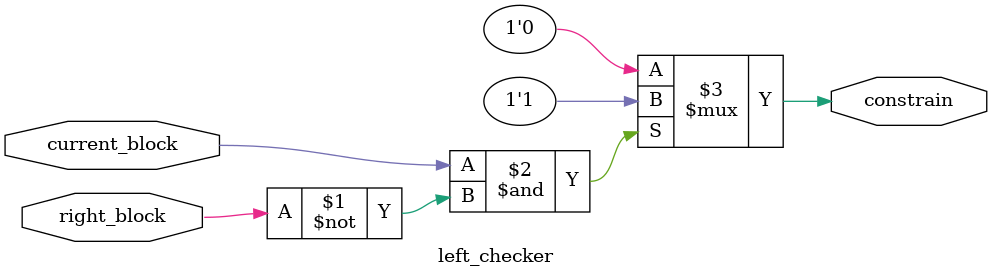
<source format=sv>
module left_checker (
					input current_block, right_block,
					output constrain
);

	// if the current block exists, we are checking to see if it has a neighbor to the right. 
	// if not does not, that means the character cannot move past the current block in the leftward direction
	assign constrain = ( current_block & ~right_block ? 1'b1 : 1'b0 );
		
endmodule

</source>
